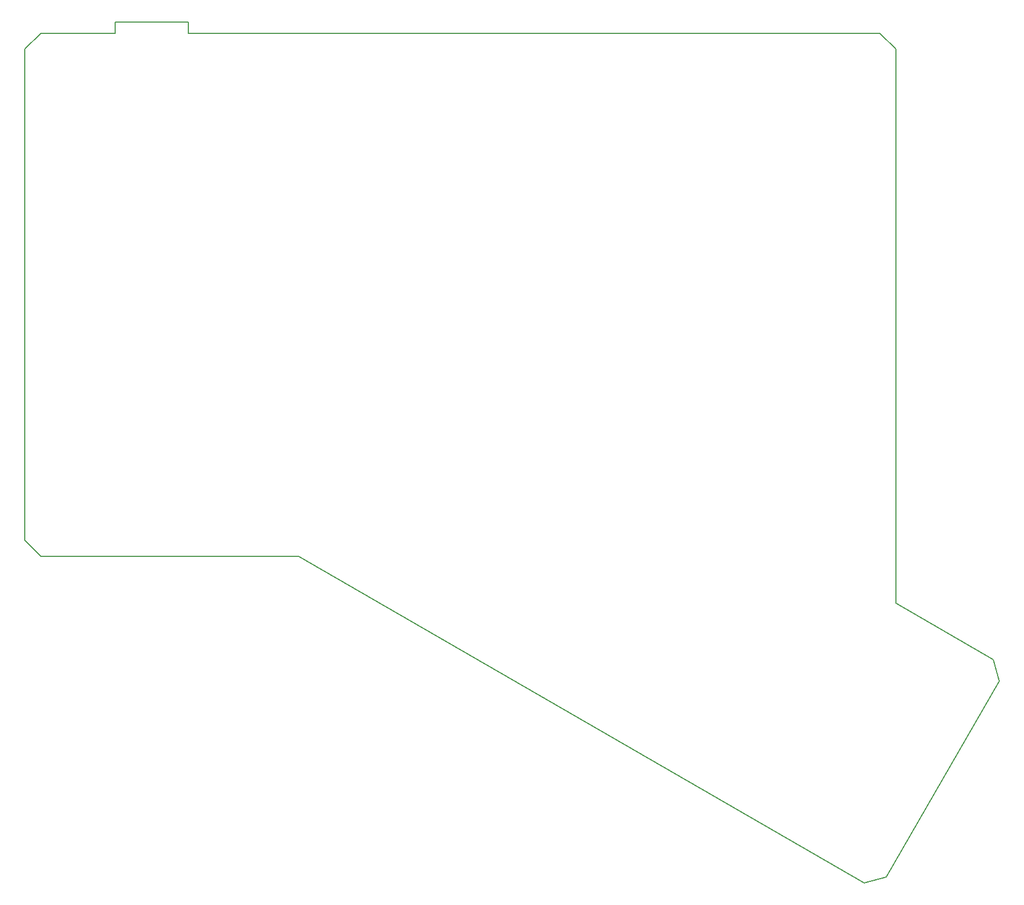
<source format=gm1>
G04 #@! TF.FileFunction,Profile,NP*
%FSLAX46Y46*%
G04 Gerber Fmt 4.6, Leading zero omitted, Abs format (unit mm)*
G04 Created by KiCad (PCBNEW 4.0.2-4+6225~38~ubuntu14.04.1-stable) date wo 11 mei 2016 20:12:44 CEST*
%MOMM*%
G01*
G04 APERTURE LIST*
%ADD10C,0.100000*%
%ADD11C,0.150000*%
G04 APERTURE END LIST*
D10*
D11*
X31115000Y0D02*
X134558000Y0D01*
X25751300Y0D02*
X31115000Y0D01*
X2500000Y0D02*
X14248700Y0D01*
X25751300Y1778000D02*
X25751300Y0D01*
X14248700Y1778000D02*
X25751300Y1778000D01*
X14248700Y1778000D02*
X14248700Y0D01*
X135508000Y-132778000D02*
X132088000Y-133698000D01*
X152386000Y-98541000D02*
X153306000Y-101961000D01*
X0Y-79789000D02*
X2500000Y-82289000D01*
X134558000Y0D02*
X137050000Y-2500000D01*
X0Y-2500000D02*
X2500000Y0D01*
X137050000Y-89689000D02*
X137050000Y-2500000D01*
X152386000Y-98541000D02*
X137050000Y-89689000D01*
X135508000Y-132778000D02*
X153306000Y-101961000D01*
X43051000Y-82289000D02*
X132088000Y-133698000D01*
X2500000Y-82289000D02*
X43051000Y-82289000D01*
X0Y-2500000D02*
X0Y-79789000D01*
M02*

</source>
